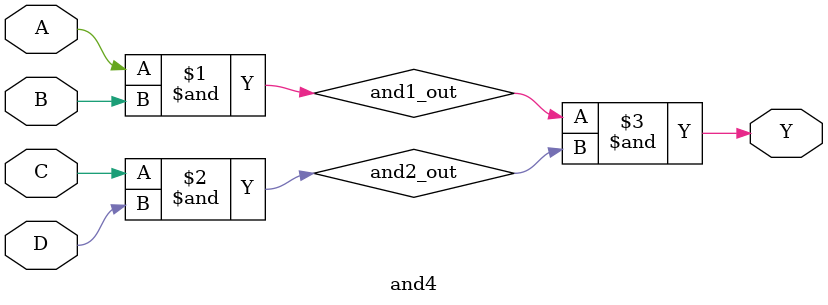
<source format=v>
module and4 (
    input A,
    input B,
    input C,
    input D,
    output Y
);

    wire and1_out;
    wire and2_out;

    and and1 (and1_out, A, B);
    and and2 (and2_out, C, D);
    and and3 (Y, and1_out, and2_out);

endmodule
</source>
